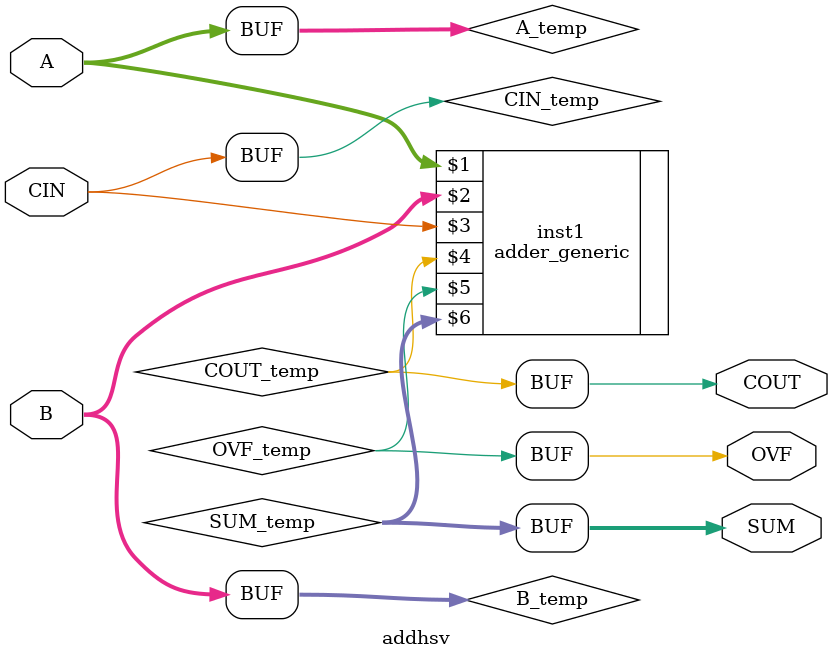
<source format=v>
module addhsv(A,B,CIN,COUT,OVF,SUM);
  parameter N = 8;
  parameter DPFLAG = 1;
  parameter GROUP = "dpath1";
  parameter
        d_A = 0,
        d_B = 0,
        d_CIN_r = 0,
        d_CIN_f = 0,
        d_COUT_r = 1,
        d_COUT_f = 1,
        d_OVF_r = 1,
        d_OVF_f = 1,
        d_SUM = 1;
  input [(N - 1):0] A;
  input [(N - 1):0] B;
  input  CIN;
  output  COUT;
  output  OVF;
  output [(N - 1):0] SUM;
  wire [(N - 1):0] A_temp;
  wire [(N - 1):0] B_temp;
  wire  CIN_temp;
  wire  COUT_temp;
  wire  OVF_temp;
  wire [(N - 1):0] SUM_temp;
  assign #(d_A) A_temp = A;
  assign #(d_B) B_temp = B;
  assign #(d_CIN_r,d_CIN_f) CIN_temp = CIN;
  assign #(d_COUT_r,d_COUT_f) COUT = COUT_temp;
  assign #(d_OVF_r,d_OVF_f) OVF = OVF_temp;
  assign #(d_SUM) SUM = SUM_temp;
  adder_generic #(N) inst1 (A_temp,B_temp,CIN_temp,COUT_temp,OVF_temp,SUM_temp);
endmodule

</source>
